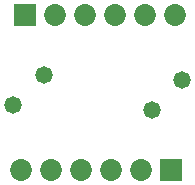
<source format=gbs>
G04*
G04 #@! TF.GenerationSoftware,Altium Limited,Altium Designer,25.8.1 (18)*
G04*
G04 Layer_Color=16711935*
%FSLAX25Y25*%
%MOIN*%
G70*
G04*
G04 #@! TF.SameCoordinates,2A85CF93-FDF8-457D-93DF-B0FC480E17F4*
G04*
G04*
G04 #@! TF.FilePolarity,Negative*
G04*
G01*
G75*
%ADD19R,0.07296X0.07296*%
%ADD20C,0.07296*%
%ADD21C,0.05800*%
D19*
X107673Y157386D02*
D03*
X156500Y106000D02*
D03*
D20*
X117673Y157386D02*
D03*
X127673D02*
D03*
X137673D02*
D03*
X147673D02*
D03*
X157673D02*
D03*
X106500Y106000D02*
D03*
X116500D02*
D03*
X126500D02*
D03*
X136500D02*
D03*
X146500D02*
D03*
D21*
X160236Y135827D02*
D03*
X114173Y137402D02*
D03*
X150000Y125984D02*
D03*
X103937Y127559D02*
D03*
M02*

</source>
